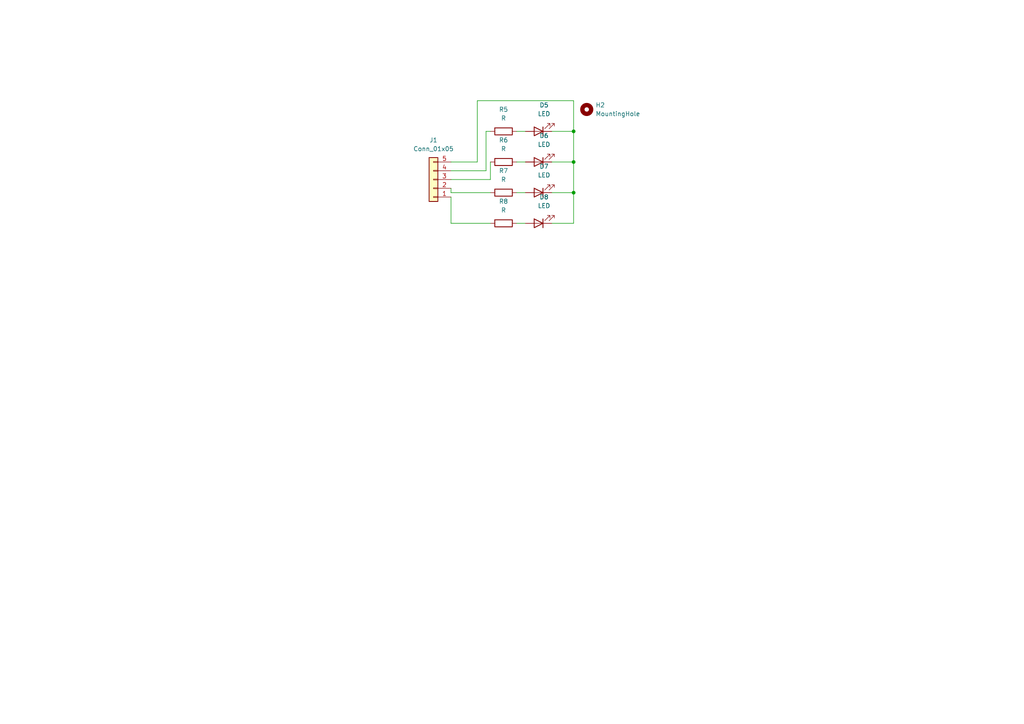
<source format=kicad_sch>
(kicad_sch (version 20230121) (generator eeschema)
  (paper "A4")
  (lib_symbols
    (symbol "Connector_Generic:Conn_01x05" (pin_names (offset 1.016) hide)
      (property "Reference" "J" (at 0 7.62 0))
      (property "Value" "Conn_01x05" (at 0 -7.62 0))
      (symbol "Conn_01x05_1_1"
        (rectangle (start -1.27 -4.953) (end 0 -5.207) (stroke (width 0.1524)))
        (rectangle (start -1.27 -2.413) (end 0 -2.667) (stroke (width 0.1524)))
        (rectangle (start -1.27 0.127) (end 0 -0.127) (stroke (width 0.1524)))
        (rectangle (start -1.27 2.667) (end 0 2.413) (stroke (width 0.1524)))
        (rectangle (start -1.27 5.207) (end 0 4.953) (stroke (width 0.1524)))
        (rectangle (start -1.27 6.35) (end 1.27 -6.35) (stroke (width 0.254)) (fill (type background)))
        (pin passive line (at -5.08 5.08 0) (length 3.81) (name "Pin_1") (number "1"))
        (pin passive line (at -5.08 2.54 0) (length 3.81) (name "Pin_2") (number "2"))
        (pin passive line (at -5.08 0 0) (length 3.81) (name "Pin_3") (number "3"))
        (pin passive line (at -5.08 -2.54 0) (length 3.81) (name "Pin_4") (number "4"))
        (pin passive line (at -5.08 -5.08 0) (length 3.81) (name "Pin_5") (number "5"))
      )
    )
    (symbol "Device:LED" (pin_numbers hide) (pin_names (offset 1.016) hide)
      (property "Reference" "D" (at 0 2.54 0))
      (property "Value" "LED" (at 0 -2.54 0))
      (symbol "LED_0_1"
        (polyline (pts (xy -1.27 -1.27) (xy -1.27 1.27)) (stroke (width 0.254)))
        (polyline (pts (xy -1.27 0) (xy 1.27 0)))
        (polyline (pts (xy 1.27 -1.27) (xy 1.27 1.27) (xy -1.27 0) (xy 1.27 -1.27)) (stroke (width 0.254)))
        (polyline (pts (xy -3.048 -0.762) (xy -4.572 -2.286) (xy -3.81 -2.286) (xy -4.572 -2.286) (xy -4.572 -1.524)))
        (polyline (pts (xy -1.778 -0.762) (xy -3.302 -2.286) (xy -2.54 -2.286) (xy -3.302 -2.286) (xy -3.302 -1.524)))
      )
      (symbol "LED_1_1"
        (pin passive line (at -3.81 0 0) (length 2.54) (name "K") (number "1"))
        (pin passive line (at 3.81 0 180) (length 2.54) (name "A") (number "2"))
      )
    )
    (symbol "Device:R" (pin_numbers hide) (pin_names (offset 0))
      (property "Reference" "R" (at 2.032 0 90))
      (property "Value" "R" (at 0 0 90))
      (symbol "R_0_1"
        (rectangle (start -1.016 -2.54) (end 1.016 2.54) (stroke (width 0.254)))
      )
      (symbol "R_1_1"
        (pin passive line (at 0 3.81 270) (length 1.27) (name "~") (number "1"))
        (pin passive line (at 0 -3.81 90) (length 1.27) (name "~") (number "2"))
      )
    )
    (symbol "Mechanical:MountingHole" (pin_names (offset 1.016))
      (property "Reference" "H" (at 0 5.08 0))
      (property "Value" "MountingHole" (at 0 3.175 0))
      (symbol "MountingHole_0_1"
        (circle (center 0 0) (radius 1.27) (stroke (width 1.27)))
      )
    )
  )
  (junction (at 166.37 55.88))
  (junction (at 166.37 46.99))
  (junction (at 166.37 38.1))
  (wire (pts (xy 142.24 46.99) (xy 142.24 52.07)))
  (wire (pts (xy 140.97 49.53) (xy 140.97 38.1)))
  (wire (pts (xy 130.81 57.15) (xy 130.81 64.77)))
  (wire (pts (xy 166.37 38.1) (xy 166.37 29.21)))
  (wire (pts (xy 160.02 38.1) (xy 166.37 38.1)))
  (wire (pts (xy 160.02 55.88) (xy 166.37 55.88)))
  (wire (pts (xy 130.81 49.53) (xy 140.97 49.53)))
  (wire (pts (xy 149.86 64.77) (xy 152.4 64.77)))
  (wire (pts (xy 149.86 55.88) (xy 152.4 55.88)))
  (wire (pts (xy 138.43 46.99) (xy 130.81 46.99)))
  (wire (pts (xy 140.97 38.1) (xy 142.24 38.1)))
  (wire (pts (xy 166.37 55.88) (xy 166.37 46.99)))
  (wire (pts (xy 130.81 64.77) (xy 142.24 64.77)))
  (wire (pts (xy 149.86 46.99) (xy 152.4 46.99)))
  (wire (pts (xy 138.43 29.21) (xy 138.43 46.99)))
  (wire (pts (xy 130.81 55.88) (xy 142.24 55.88)))
  (wire (pts (xy 130.81 52.07) (xy 142.24 52.07)))
  (wire (pts (xy 149.86 38.1) (xy 152.4 38.1)))
  (wire (pts (xy 160.02 64.77) (xy 166.37 64.77)))
  (wire (pts (xy 166.37 46.99) (xy 166.37 38.1)))
  (wire (pts (xy 166.37 64.77) (xy 166.37 55.88)))
  (wire (pts (xy 160.02 46.99) (xy 166.37 46.99)))
  (wire (pts (xy 130.81 54.61) (xy 130.81 55.88)))
  (wire (pts (xy 166.37 29.21) (xy 138.43 29.21)))
  (symbol (lib_id "Device:LED") (at 156.21 64.77 180) (unit 1)
    (property "Reference" "D8" (at 157.7975 57.15 0))
    (property "Value" "LED" (at 157.7975 59.69 0))
    (property "Footprint" "LED_THT:LED_D3.0mm" (effects hide))
  )
  (symbol (lib_id "Device:R") (at 146.05 38.1 90) (unit 1)
    (property "Reference" "R5" (at 146.05 31.75 90))
    (property "Value" "R" (at 146.05 34.29 90))
    (property "Footprint" "Resistor_THT:R_Axial_DIN0309_L9.0mm_D3.2mm_P12.70mm_Horizontal" (effects hide))
  )
  (symbol (lib_id "Device:R") (at 146.05 46.99 90) (unit 1)
    (property "Reference" "R6" (at 146.05 40.64 90))
    (property "Value" "R" (at 146.05 43.18 90))
    (property "Footprint" "Resistor_THT:R_Axial_DIN0309_L9.0mm_D3.2mm_P12.70mm_Horizontal" (effects hide))
  )
  (symbol (lib_id "Mechanical:MountingHole") (at 170.18 31.75 0) (unit 1)
    (property "Reference" "H2" (at 172.72 30.48 0) (effects (justify left)))
    (property "Value" "MountingHole" (at 172.72 33.02 0) (effects (justify left)))
    (property "Footprint" "MountingHole:MountingHole_2.1mm" (effects hide))
  )
  (symbol (lib_id "Device:LED") (at 156.21 46.99 180) (unit 1)
    (property "Reference" "D6" (at 157.7975 39.37 0))
    (property "Value" "LED" (at 157.7975 41.91 0))
    (property "Footprint" "LED_THT:LED_D3.0mm" (effects hide))
  )
  (symbol (lib_id "Device:LED") (at 156.21 55.88 180) (unit 1)
    (property "Reference" "D7" (at 157.7975 48.26 0))
    (property "Value" "LED" (at 157.7975 50.8 0))
    (property "Footprint" "LED_THT:LED_D3.0mm" (effects hide))
  )
  (symbol (lib_id "Device:R") (at 146.05 55.88 90) (unit 1)
    (property "Reference" "R7" (at 146.05 49.53 90))
    (property "Value" "R" (at 146.05 52.07 90))
    (property "Footprint" "Resistor_THT:R_Axial_DIN0309_L9.0mm_D3.2mm_P12.70mm_Horizontal" (effects hide))
  )
  (symbol (lib_id "Device:R") (at 146.05 64.77 90) (unit 1)
    (property "Reference" "R8" (at 146.05 58.42 90))
    (property "Value" "R" (at 146.05 60.96 90))
    (property "Footprint" "Resistor_THT:R_Axial_DIN0309_L9.0mm_D3.2mm_P12.70mm_Horizontal" (effects hide))
  )
  (symbol (lib_id "Device:LED") (at 156.21 38.1 180) (unit 1)
    (property "Reference" "D5" (at 157.7975 30.48 0))
    (property "Value" "LED" (at 157.7975 33.02 0))
    (property "Footprint" "LED_THT:LED_D3.0mm" (effects hide))
  )
  (symbol (lib_id "Connector_Generic:Conn_01x05") (at 125.73 52.07 180) (unit 1)
    (property "Reference" "J1" (at 125.73 40.64 0))
    (property "Value" "Conn_01x05" (at 125.73 43.18 0))
    (property "Footprint" "Connector_PinHeader_2.54mm:PinHeader_1x05_P2.54mm_Horizontal" (effects hide))
  )
)
</source>
